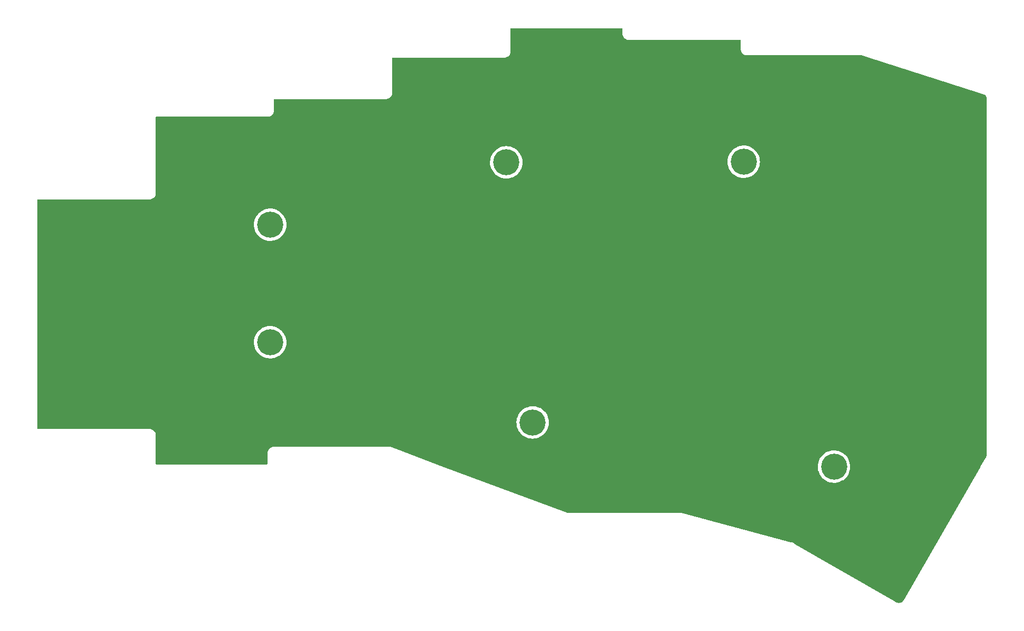
<source format=gbr>
%TF.GenerationSoftware,KiCad,Pcbnew,(6.0.0)*%
%TF.CreationDate,2022-01-01T14:13:38+04:00*%
%TF.ProjectId,bottom plate,626f7474-6f6d-4207-906c-6174652e6b69,rev?*%
%TF.SameCoordinates,Original*%
%TF.FileFunction,Copper,L2,Bot*%
%TF.FilePolarity,Positive*%
%FSLAX46Y46*%
G04 Gerber Fmt 4.6, Leading zero omitted, Abs format (unit mm)*
G04 Created by KiCad (PCBNEW (6.0.0)) date 2022-01-01 14:13:38*
%MOMM*%
%LPD*%
G01*
G04 APERTURE LIST*
%TA.AperFunction,ComponentPad*%
%ADD10C,4.200000*%
%TD*%
G04 APERTURE END LIST*
D10*
%TO.P,,*%
%TO.N,*%
X193110000Y-122980001D03*
%TD*%
%TO.P,,*%
%TO.N,*%
X140329663Y-73904498D03*
%TD*%
%TO.P,,*%
%TO.N,*%
X102300001Y-102920001D03*
%TD*%
%TO.P,,*%
%TO.N,*%
X178570000Y-73810000D03*
%TD*%
%TO.P,,*%
%TO.N,*%
X144580002Y-115859999D03*
%TD*%
%TO.P,,*%
%TO.N,*%
X102300000Y-83960000D03*
%TD*%
%TA.AperFunction,NonConductor*%
G36*
X158988788Y-52277495D02*
G01*
X159035281Y-52331151D01*
X159046667Y-52383493D01*
X159046665Y-53096284D01*
X159044919Y-53117189D01*
X159041594Y-53136952D01*
X159041441Y-53149491D01*
X159042131Y-53154308D01*
X159044481Y-53170721D01*
X159045274Y-53177601D01*
X159058186Y-53325198D01*
X159103836Y-53495566D01*
X159106157Y-53500543D01*
X159106159Y-53500549D01*
X159172853Y-53643575D01*
X159178376Y-53655419D01*
X159279541Y-53799899D01*
X159404259Y-53924617D01*
X159548740Y-54025783D01*
X159553718Y-54028104D01*
X159553721Y-54028106D01*
X159703610Y-54098001D01*
X159708592Y-54100324D01*
X159713900Y-54101746D01*
X159713902Y-54101747D01*
X159800081Y-54124838D01*
X159878960Y-54145973D01*
X159884446Y-54146453D01*
X159884452Y-54146454D01*
X160008445Y-54157303D01*
X160018355Y-54158567D01*
X160042128Y-54162566D01*
X160048509Y-54162644D01*
X160049808Y-54162660D01*
X160049812Y-54162660D01*
X160054667Y-54162719D01*
X160082255Y-54158768D01*
X160100117Y-54157495D01*
X161651162Y-54157495D01*
X177970661Y-54157496D01*
X178038782Y-54177498D01*
X178085275Y-54231154D01*
X178096661Y-54283496D01*
X178096663Y-55576299D01*
X178094917Y-55597201D01*
X178091592Y-55616967D01*
X178091439Y-55629506D01*
X178094482Y-55650752D01*
X178095271Y-55657596D01*
X178108188Y-55805210D01*
X178153840Y-55975575D01*
X178156166Y-55980562D01*
X178156167Y-55980566D01*
X178226054Y-56130435D01*
X178226057Y-56130440D01*
X178228381Y-56135424D01*
X178231534Y-56139927D01*
X178231537Y-56139932D01*
X178263234Y-56185199D01*
X178329547Y-56279902D01*
X178454264Y-56404617D01*
X178598742Y-56505782D01*
X178603724Y-56508105D01*
X178603729Y-56508108D01*
X178753607Y-56577998D01*
X178753613Y-56578000D01*
X178758592Y-56580322D01*
X178763904Y-56581745D01*
X178763903Y-56581745D01*
X178923642Y-56624548D01*
X178923644Y-56624548D01*
X178928957Y-56625972D01*
X178958316Y-56628541D01*
X179058428Y-56637301D01*
X179068349Y-56638567D01*
X179092122Y-56642567D01*
X179098591Y-56642646D01*
X179099801Y-56642661D01*
X179099805Y-56642661D01*
X179104661Y-56642720D01*
X179132178Y-56638779D01*
X179150060Y-56637507D01*
X194238089Y-56641570D01*
X197460133Y-56642438D01*
X197475598Y-56643395D01*
X197479923Y-56643931D01*
X197509370Y-56647581D01*
X197525816Y-56644908D01*
X197550166Y-56643344D01*
X197568018Y-56643931D01*
X197584063Y-56645491D01*
X197627974Y-56652618D01*
X197643685Y-56656212D01*
X197653910Y-56659251D01*
X197676181Y-56668618D01*
X197678561Y-56669528D01*
X197686404Y-56673888D01*
X197730515Y-56683886D01*
X197741236Y-56686819D01*
X217247231Y-62959453D01*
X217257582Y-62963289D01*
X217299432Y-62980924D01*
X217308351Y-62981948D01*
X217308359Y-62981950D01*
X217308676Y-62981986D01*
X217338084Y-62989014D01*
X217393248Y-63009456D01*
X217418089Y-63021931D01*
X217483708Y-63064543D01*
X217505211Y-63082164D01*
X217559886Y-63138126D01*
X217576997Y-63160027D01*
X217618076Y-63226624D01*
X217629969Y-63251745D01*
X217655442Y-63325722D01*
X217661538Y-63352843D01*
X217667296Y-63404710D01*
X217666944Y-63420373D01*
X217668019Y-63420386D01*
X217667910Y-63429362D01*
X217666528Y-63438235D01*
X217668986Y-63457030D01*
X217670650Y-63469753D01*
X217671714Y-63486092D01*
X217671714Y-121201347D01*
X217669972Y-121222229D01*
X217668434Y-121231383D01*
X217666641Y-121242050D01*
X217667697Y-121250960D01*
X217667697Y-121250969D01*
X217668015Y-121253649D01*
X217668180Y-121281844D01*
X217662215Y-121337754D01*
X217657491Y-121360991D01*
X217634837Y-121435597D01*
X217625840Y-121457542D01*
X217602882Y-121501284D01*
X217593640Y-121514574D01*
X217594140Y-121514909D01*
X217589147Y-121522369D01*
X217583148Y-121529045D01*
X217579265Y-121537134D01*
X217563945Y-121569048D01*
X217558527Y-121579132D01*
X216946362Y-122603994D01*
X216720441Y-122982222D01*
X216703251Y-123011000D01*
X216701243Y-123014139D01*
X216699183Y-123016703D01*
X216696750Y-123020928D01*
X216681957Y-123046617D01*
X216680940Y-123048351D01*
X216664837Y-123075311D01*
X216663571Y-123078336D01*
X216661757Y-123081697D01*
X204299841Y-144549697D01*
X204292462Y-144559753D01*
X204292812Y-144559993D01*
X204287735Y-144567392D01*
X204281658Y-144574000D01*
X204277681Y-144582046D01*
X204277678Y-144582050D01*
X204276759Y-144583909D01*
X204261180Y-144608039D01*
X204180784Y-144705942D01*
X204163266Y-144723441D01*
X204048931Y-144817124D01*
X204028336Y-144830855D01*
X203897881Y-144900372D01*
X203874995Y-144909810D01*
X203733467Y-144952471D01*
X203709174Y-144957253D01*
X203562034Y-144971411D01*
X203537281Y-144971349D01*
X203433442Y-144960835D01*
X203390217Y-144956458D01*
X203365947Y-144951555D01*
X203224638Y-144908192D01*
X203201794Y-144898637D01*
X203096264Y-144841726D01*
X203083218Y-144832391D01*
X203082808Y-144832983D01*
X203075427Y-144827876D01*
X203068842Y-144821773D01*
X203060809Y-144817763D01*
X203060807Y-144817762D01*
X203020294Y-144797540D01*
X203013591Y-144793937D01*
X186758215Y-135411815D01*
X186741545Y-135400314D01*
X186741101Y-135399952D01*
X186737573Y-135396588D01*
X186727274Y-135389434D01*
X186721938Y-135386839D01*
X186709782Y-135380927D01*
X186701255Y-135376368D01*
X186552756Y-135289476D01*
X186552748Y-135289472D01*
X186549195Y-135287393D01*
X186360156Y-135207798D01*
X186204475Y-135165109D01*
X186192389Y-135161127D01*
X186179514Y-135156150D01*
X186179511Y-135156149D01*
X186174973Y-135154395D01*
X186168521Y-135152990D01*
X186167470Y-135152761D01*
X186167468Y-135152761D01*
X186162721Y-135151727D01*
X186154039Y-135151206D01*
X186128953Y-135147133D01*
X168880385Y-130522372D01*
X168861779Y-130515067D01*
X168861562Y-130515568D01*
X168857090Y-130513630D01*
X168852790Y-130511356D01*
X168847808Y-130509639D01*
X168845536Y-130508856D01*
X168845531Y-130508855D01*
X168840935Y-130507271D01*
X168810995Y-130501903D01*
X168799624Y-130499316D01*
X168797138Y-130498628D01*
X168696267Y-130470710D01*
X168693195Y-130470180D01*
X168693189Y-130470179D01*
X168614128Y-130456548D01*
X168549422Y-130445392D01*
X168519708Y-130443265D01*
X168452919Y-130438484D01*
X168438305Y-130436574D01*
X168418186Y-130432736D01*
X168418178Y-130432735D01*
X168413397Y-130431823D01*
X168408531Y-130431657D01*
X168408529Y-130431657D01*
X168407702Y-130431629D01*
X168400864Y-130431396D01*
X168366247Y-130435585D01*
X168351110Y-130436498D01*
X150249098Y-130436498D01*
X150229672Y-130434992D01*
X150229397Y-130434949D01*
X150227722Y-130434688D01*
X150214967Y-130432697D01*
X150214964Y-130432697D01*
X150206101Y-130431314D01*
X150197200Y-130432475D01*
X150197199Y-130432475D01*
X150190846Y-130433303D01*
X150165538Y-130434038D01*
X150138698Y-130432113D01*
X150120937Y-130429558D01*
X150069839Y-130418446D01*
X150052621Y-130413394D01*
X150034065Y-130406480D01*
X150017974Y-130398317D01*
X150010545Y-130394818D01*
X150003047Y-130389880D01*
X149994465Y-130387245D01*
X149994463Y-130387244D01*
X149950807Y-130373840D01*
X149943754Y-130371445D01*
X130063976Y-122952635D01*
X190496875Y-122952635D01*
X190498348Y-122982222D01*
X190506100Y-123137923D01*
X190512514Y-123266766D01*
X190513155Y-123270497D01*
X190513156Y-123270505D01*
X190565133Y-123572998D01*
X190565135Y-123573006D01*
X190565777Y-123576743D01*
X190566865Y-123580382D01*
X190566866Y-123580385D01*
X190586211Y-123645068D01*
X190655895Y-123878076D01*
X190781561Y-124166400D01*
X190940955Y-124437538D01*
X190943256Y-124440553D01*
X191129469Y-124684551D01*
X191129474Y-124684556D01*
X191131769Y-124687564D01*
X191351238Y-124912855D01*
X191418642Y-124967146D01*
X191593230Y-125107770D01*
X191593235Y-125107774D01*
X191596183Y-125110148D01*
X191599403Y-125112156D01*
X191859829Y-125274574D01*
X191859836Y-125274578D01*
X191863056Y-125276586D01*
X192147992Y-125409756D01*
X192151602Y-125410939D01*
X192151606Y-125410941D01*
X192239762Y-125439840D01*
X192446862Y-125507731D01*
X192755339Y-125569091D01*
X192759111Y-125569378D01*
X192759119Y-125569379D01*
X193065176Y-125592660D01*
X193065181Y-125592660D01*
X193068953Y-125592947D01*
X193383161Y-125578953D01*
X193386899Y-125578331D01*
X193386907Y-125578330D01*
X193537897Y-125553198D01*
X193693412Y-125527313D01*
X193995213Y-125438775D01*
X194284191Y-125314620D01*
X194287468Y-125312716D01*
X194287475Y-125312713D01*
X194445231Y-125221080D01*
X194556160Y-125156647D01*
X194645099Y-125089505D01*
X194804156Y-124969431D01*
X194804162Y-124969426D01*
X194807182Y-124967146D01*
X195033619Y-124748859D01*
X195232192Y-124504951D01*
X195400024Y-124238952D01*
X195534685Y-123954718D01*
X195634223Y-123656365D01*
X195697197Y-123348214D01*
X195722695Y-123034729D01*
X195723268Y-122980001D01*
X195712881Y-122807699D01*
X195704569Y-122669829D01*
X195704569Y-122669825D01*
X195704341Y-122666051D01*
X195703661Y-122662327D01*
X195648514Y-122360371D01*
X195648513Y-122360367D01*
X195647834Y-122356649D01*
X195554566Y-122056277D01*
X195425887Y-121769284D01*
X195263663Y-121499830D01*
X195261336Y-121496846D01*
X195261331Y-121496839D01*
X195072572Y-121254804D01*
X195072566Y-121254797D01*
X195070241Y-121251816D01*
X194848425Y-121028835D01*
X194601428Y-120834118D01*
X194332826Y-120670485D01*
X194179943Y-120600973D01*
X194049963Y-120541874D01*
X194049955Y-120541871D01*
X194046511Y-120540305D01*
X193746631Y-120445465D01*
X193609363Y-120419652D01*
X193441253Y-120388039D01*
X193441248Y-120388038D01*
X193437529Y-120387339D01*
X193123683Y-120366769D01*
X193119903Y-120366977D01*
X193119902Y-120366977D01*
X193028331Y-120372017D01*
X192809638Y-120384052D01*
X192805911Y-120384713D01*
X192805907Y-120384713D01*
X192696248Y-120404148D01*
X192499945Y-120438938D01*
X192496329Y-120440040D01*
X192496321Y-120440042D01*
X192202712Y-120529527D01*
X192202705Y-120529530D01*
X192199088Y-120530632D01*
X191911426Y-120657806D01*
X191908172Y-120659742D01*
X191908166Y-120659745D01*
X191644384Y-120816679D01*
X191641125Y-120818618D01*
X191638124Y-120820933D01*
X191638120Y-120820936D01*
X191633271Y-120824677D01*
X191392102Y-121010738D01*
X191389403Y-121013394D01*
X191389404Y-121013394D01*
X191198475Y-121201347D01*
X191167963Y-121231383D01*
X191127753Y-121281844D01*
X190974321Y-121474389D01*
X190974315Y-121474398D01*
X190971956Y-121477358D01*
X190806918Y-121745099D01*
X190675241Y-122030728D01*
X190578833Y-122330108D01*
X190578114Y-122333824D01*
X190578112Y-122333832D01*
X190519808Y-122635182D01*
X190519807Y-122635191D01*
X190519089Y-122638901D01*
X190518822Y-122642677D01*
X190518821Y-122642682D01*
X190507137Y-122807699D01*
X190496875Y-122952635D01*
X130063976Y-122952635D01*
X121657026Y-119815298D01*
X121647560Y-119811317D01*
X121604715Y-119791201D01*
X121577354Y-119786941D01*
X121551760Y-119782956D01*
X121544293Y-119781562D01*
X121491936Y-119770131D01*
X121482979Y-119770755D01*
X121440778Y-119773695D01*
X121432021Y-119774000D01*
X116005515Y-119773999D01*
X102957880Y-119773997D01*
X102936974Y-119772251D01*
X102922003Y-119769732D01*
X102922002Y-119769732D01*
X102917212Y-119768926D01*
X102911110Y-119768852D01*
X102909537Y-119768832D01*
X102909532Y-119768832D01*
X102904673Y-119768773D01*
X102899855Y-119769463D01*
X102899854Y-119769463D01*
X102883441Y-119771813D01*
X102876561Y-119772606D01*
X102829188Y-119776750D01*
X102728965Y-119785517D01*
X102723653Y-119786940D01*
X102723649Y-119786941D01*
X102563909Y-119829741D01*
X102563904Y-119829743D01*
X102558596Y-119831165D01*
X102553613Y-119833489D01*
X102553609Y-119833490D01*
X102478669Y-119868435D01*
X102398742Y-119905704D01*
X102394240Y-119908856D01*
X102394237Y-119908858D01*
X102258764Y-120003716D01*
X102254260Y-120006870D01*
X102129541Y-120131588D01*
X102126386Y-120136094D01*
X102031530Y-120271560D01*
X102031527Y-120271565D01*
X102028374Y-120276068D01*
X101953832Y-120435921D01*
X101908182Y-120606290D01*
X101896142Y-120743904D01*
X101895126Y-120752263D01*
X101891473Y-120775727D01*
X101892637Y-120784629D01*
X101892637Y-120784632D01*
X101895595Y-120807249D01*
X101896659Y-120823586D01*
X101896663Y-122360371D01*
X101896663Y-122497997D01*
X101876661Y-122566117D01*
X101823006Y-122612611D01*
X101770663Y-122623997D01*
X92597569Y-122623996D01*
X83988665Y-122623996D01*
X83920544Y-122603994D01*
X83874051Y-122550338D01*
X83862665Y-122497996D01*
X83862666Y-120281057D01*
X83862666Y-117975200D01*
X83864412Y-117954296D01*
X83866930Y-117939328D01*
X83867737Y-117934532D01*
X83867890Y-117921993D01*
X83867201Y-117917186D01*
X83867201Y-117917179D01*
X83864851Y-117900774D01*
X83864057Y-117893892D01*
X83851622Y-117751767D01*
X83851143Y-117746287D01*
X83837968Y-117697118D01*
X83806917Y-117581231D01*
X83806916Y-117581229D01*
X83805494Y-117575921D01*
X83730953Y-117416069D01*
X83629788Y-117271590D01*
X83505070Y-117146872D01*
X83360591Y-117045707D01*
X83355613Y-117043386D01*
X83355610Y-117043384D01*
X83205721Y-116973489D01*
X83205719Y-116973488D01*
X83200739Y-116971166D01*
X83195431Y-116969744D01*
X83195429Y-116969743D01*
X83035688Y-116926941D01*
X83035687Y-116926941D01*
X83030373Y-116925517D01*
X83024887Y-116925037D01*
X83024881Y-116925036D01*
X82900898Y-116914188D01*
X82890975Y-116912922D01*
X82871999Y-116909729D01*
X82871994Y-116909729D01*
X82867206Y-116908923D01*
X82860907Y-116908846D01*
X82859526Y-116908829D01*
X82859522Y-116908829D01*
X82854667Y-116908770D01*
X82827079Y-116912721D01*
X82809216Y-116913994D01*
X81258216Y-116913994D01*
X64938664Y-116913995D01*
X64870543Y-116893993D01*
X64824050Y-116840337D01*
X64812664Y-116787995D01*
X64812664Y-115832633D01*
X141966877Y-115832633D01*
X141982516Y-116146764D01*
X141983157Y-116150495D01*
X141983158Y-116150503D01*
X142035135Y-116452996D01*
X142035137Y-116453004D01*
X142035779Y-116456741D01*
X142125897Y-116758074D01*
X142251563Y-117046398D01*
X142253486Y-117049669D01*
X142253488Y-117049673D01*
X142292199Y-117115522D01*
X142410957Y-117317536D01*
X142413258Y-117320551D01*
X142599471Y-117564549D01*
X142599476Y-117564554D01*
X142601771Y-117567562D01*
X142821240Y-117792853D01*
X142888644Y-117847144D01*
X143063232Y-117987768D01*
X143063237Y-117987772D01*
X143066185Y-117990146D01*
X143069405Y-117992154D01*
X143329831Y-118154572D01*
X143329838Y-118154576D01*
X143333058Y-118156584D01*
X143617994Y-118289754D01*
X143621604Y-118290937D01*
X143621608Y-118290939D01*
X143709764Y-118319838D01*
X143916864Y-118387729D01*
X144225341Y-118449089D01*
X144229113Y-118449376D01*
X144229121Y-118449377D01*
X144535178Y-118472658D01*
X144535183Y-118472658D01*
X144538955Y-118472945D01*
X144853163Y-118458951D01*
X144856901Y-118458329D01*
X144856909Y-118458328D01*
X145007899Y-118433196D01*
X145163414Y-118407311D01*
X145465215Y-118318773D01*
X145754193Y-118194618D01*
X145757470Y-118192714D01*
X145757477Y-118192711D01*
X145915233Y-118101078D01*
X146026162Y-118036645D01*
X146160516Y-117935219D01*
X146274158Y-117849429D01*
X146274164Y-117849424D01*
X146277184Y-117847144D01*
X146503621Y-117628857D01*
X146702194Y-117384949D01*
X146870026Y-117118950D01*
X147004687Y-116834716D01*
X147104225Y-116536363D01*
X147167199Y-116228212D01*
X147192697Y-115914727D01*
X147193270Y-115859999D01*
X147174343Y-115546049D01*
X147117836Y-115236647D01*
X147024568Y-114936275D01*
X146895889Y-114649282D01*
X146733665Y-114379828D01*
X146731338Y-114376844D01*
X146731333Y-114376837D01*
X146542574Y-114134802D01*
X146542568Y-114134795D01*
X146540243Y-114131814D01*
X146318427Y-113908833D01*
X146071430Y-113714116D01*
X145802828Y-113550483D01*
X145688456Y-113498481D01*
X145519965Y-113421872D01*
X145519957Y-113421869D01*
X145516513Y-113420303D01*
X145216633Y-113325463D01*
X145079365Y-113299650D01*
X144911255Y-113268037D01*
X144911250Y-113268036D01*
X144907531Y-113267337D01*
X144593685Y-113246767D01*
X144589905Y-113246975D01*
X144589904Y-113246975D01*
X144498333Y-113252015D01*
X144279640Y-113264050D01*
X144275913Y-113264711D01*
X144275909Y-113264711D01*
X144166250Y-113284146D01*
X143969947Y-113318936D01*
X143966331Y-113320038D01*
X143966323Y-113320040D01*
X143672714Y-113409525D01*
X143672707Y-113409528D01*
X143669090Y-113410630D01*
X143381428Y-113537804D01*
X143378174Y-113539740D01*
X143378168Y-113539743D01*
X143114386Y-113696677D01*
X143111127Y-113698616D01*
X142862104Y-113890736D01*
X142637965Y-114111381D01*
X142621683Y-114131814D01*
X142444323Y-114354387D01*
X142444317Y-114354396D01*
X142441958Y-114357356D01*
X142276920Y-114625097D01*
X142145243Y-114910726D01*
X142048835Y-115210106D01*
X142048116Y-115213822D01*
X142048114Y-115213830D01*
X141989810Y-115515180D01*
X141989809Y-115515189D01*
X141989091Y-115518899D01*
X141988824Y-115522675D01*
X141988823Y-115522680D01*
X141986901Y-115549827D01*
X141966877Y-115832633D01*
X64812664Y-115832633D01*
X64812664Y-102892635D01*
X99686876Y-102892635D01*
X99702515Y-103206766D01*
X99703156Y-103210497D01*
X99703157Y-103210505D01*
X99755134Y-103512998D01*
X99755136Y-103513006D01*
X99755778Y-103516743D01*
X99845896Y-103818076D01*
X99971562Y-104106400D01*
X100130956Y-104377538D01*
X100133257Y-104380553D01*
X100319470Y-104624551D01*
X100319475Y-104624556D01*
X100321770Y-104627564D01*
X100541239Y-104852855D01*
X100608643Y-104907146D01*
X100783231Y-105047770D01*
X100783236Y-105047774D01*
X100786184Y-105050148D01*
X100789404Y-105052156D01*
X101049830Y-105214574D01*
X101049837Y-105214578D01*
X101053057Y-105216586D01*
X101337993Y-105349756D01*
X101341603Y-105350939D01*
X101341607Y-105350941D01*
X101429763Y-105379840D01*
X101636863Y-105447731D01*
X101945340Y-105509091D01*
X101949112Y-105509378D01*
X101949120Y-105509379D01*
X102255177Y-105532660D01*
X102255182Y-105532660D01*
X102258954Y-105532947D01*
X102573162Y-105518953D01*
X102576900Y-105518331D01*
X102576908Y-105518330D01*
X102727898Y-105493198D01*
X102883413Y-105467313D01*
X103185214Y-105378775D01*
X103474192Y-105254620D01*
X103477469Y-105252716D01*
X103477476Y-105252713D01*
X103635232Y-105161080D01*
X103746161Y-105096647D01*
X103835100Y-105029505D01*
X103994157Y-104909431D01*
X103994163Y-104909426D01*
X103997183Y-104907146D01*
X104223620Y-104688859D01*
X104422193Y-104444951D01*
X104590025Y-104178952D01*
X104724686Y-103894718D01*
X104824224Y-103596365D01*
X104887198Y-103288214D01*
X104912696Y-102974729D01*
X104913269Y-102920001D01*
X104894342Y-102606051D01*
X104837835Y-102296649D01*
X104744567Y-101996277D01*
X104615888Y-101709284D01*
X104453664Y-101439830D01*
X104451337Y-101436846D01*
X104451332Y-101436839D01*
X104262573Y-101194804D01*
X104262567Y-101194797D01*
X104260242Y-101191816D01*
X104038426Y-100968835D01*
X103791429Y-100774118D01*
X103522827Y-100610485D01*
X103408455Y-100558483D01*
X103239964Y-100481874D01*
X103239956Y-100481871D01*
X103236512Y-100480305D01*
X102936632Y-100385465D01*
X102799364Y-100359652D01*
X102631254Y-100328039D01*
X102631249Y-100328038D01*
X102627530Y-100327339D01*
X102313684Y-100306769D01*
X102309904Y-100306977D01*
X102309903Y-100306977D01*
X102218332Y-100312017D01*
X101999639Y-100324052D01*
X101995912Y-100324713D01*
X101995908Y-100324713D01*
X101886249Y-100344148D01*
X101689946Y-100378938D01*
X101686330Y-100380040D01*
X101686322Y-100380042D01*
X101392713Y-100469527D01*
X101392706Y-100469530D01*
X101389089Y-100470632D01*
X101101427Y-100597806D01*
X101098173Y-100599742D01*
X101098167Y-100599745D01*
X100834385Y-100756679D01*
X100831126Y-100758618D01*
X100582103Y-100950738D01*
X100357964Y-101171383D01*
X100341682Y-101191816D01*
X100164322Y-101414389D01*
X100164316Y-101414398D01*
X100161957Y-101417358D01*
X99996919Y-101685099D01*
X99865242Y-101970728D01*
X99768834Y-102270108D01*
X99768115Y-102273824D01*
X99768113Y-102273832D01*
X99709809Y-102575182D01*
X99709808Y-102575191D01*
X99709090Y-102578901D01*
X99708823Y-102582677D01*
X99708822Y-102582682D01*
X99706900Y-102609829D01*
X99686876Y-102892635D01*
X64812664Y-102892635D01*
X64812665Y-83932634D01*
X99686875Y-83932634D01*
X99702514Y-84246765D01*
X99703155Y-84250496D01*
X99703156Y-84250504D01*
X99755133Y-84552997D01*
X99755135Y-84553005D01*
X99755777Y-84556742D01*
X99845895Y-84858075D01*
X99971561Y-85146399D01*
X100130955Y-85417537D01*
X100133256Y-85420552D01*
X100319469Y-85664550D01*
X100319474Y-85664555D01*
X100321769Y-85667563D01*
X100541238Y-85892854D01*
X100608642Y-85947145D01*
X100783230Y-86087769D01*
X100783235Y-86087773D01*
X100786183Y-86090147D01*
X100789403Y-86092155D01*
X101049829Y-86254573D01*
X101049836Y-86254577D01*
X101053056Y-86256585D01*
X101337992Y-86389755D01*
X101341602Y-86390938D01*
X101341606Y-86390940D01*
X101429762Y-86419839D01*
X101636862Y-86487730D01*
X101945339Y-86549090D01*
X101949111Y-86549377D01*
X101949119Y-86549378D01*
X102255176Y-86572659D01*
X102255181Y-86572659D01*
X102258953Y-86572946D01*
X102573161Y-86558952D01*
X102576899Y-86558330D01*
X102576907Y-86558329D01*
X102727897Y-86533197D01*
X102883412Y-86507312D01*
X103185213Y-86418774D01*
X103474191Y-86294619D01*
X103477468Y-86292715D01*
X103477475Y-86292712D01*
X103635231Y-86201079D01*
X103746160Y-86136646D01*
X103835099Y-86069504D01*
X103994156Y-85949430D01*
X103994162Y-85949425D01*
X103997182Y-85947145D01*
X104223619Y-85728858D01*
X104422192Y-85484950D01*
X104590024Y-85218951D01*
X104724685Y-84934717D01*
X104824223Y-84636364D01*
X104887197Y-84328213D01*
X104912695Y-84014728D01*
X104913268Y-83960000D01*
X104894341Y-83646050D01*
X104837834Y-83336648D01*
X104744566Y-83036276D01*
X104615887Y-82749283D01*
X104453663Y-82479829D01*
X104451336Y-82476845D01*
X104451331Y-82476838D01*
X104262572Y-82234803D01*
X104262566Y-82234796D01*
X104260241Y-82231815D01*
X104038425Y-82008834D01*
X103791428Y-81814117D01*
X103522826Y-81650484D01*
X103408454Y-81598482D01*
X103239963Y-81521873D01*
X103239955Y-81521870D01*
X103236511Y-81520304D01*
X102936631Y-81425464D01*
X102799363Y-81399651D01*
X102631253Y-81368038D01*
X102631248Y-81368037D01*
X102627529Y-81367338D01*
X102313683Y-81346768D01*
X102309903Y-81346976D01*
X102309902Y-81346976D01*
X102218331Y-81352016D01*
X101999638Y-81364051D01*
X101995911Y-81364712D01*
X101995907Y-81364712D01*
X101886248Y-81384147D01*
X101689945Y-81418937D01*
X101686329Y-81420039D01*
X101686321Y-81420041D01*
X101392712Y-81509526D01*
X101392705Y-81509529D01*
X101389088Y-81510631D01*
X101101426Y-81637805D01*
X101098172Y-81639741D01*
X101098166Y-81639744D01*
X100834384Y-81796678D01*
X100831125Y-81798617D01*
X100582102Y-81990737D01*
X100357963Y-82211382D01*
X100341681Y-82231815D01*
X100164321Y-82454388D01*
X100164315Y-82454397D01*
X100161956Y-82457357D01*
X99996918Y-82725098D01*
X99865241Y-83010727D01*
X99768833Y-83310107D01*
X99768114Y-83313823D01*
X99768112Y-83313831D01*
X99709808Y-83615181D01*
X99709807Y-83615190D01*
X99709089Y-83618900D01*
X99708822Y-83622676D01*
X99708821Y-83622681D01*
X99706899Y-83649828D01*
X99686875Y-83932634D01*
X64812665Y-83932634D01*
X64812665Y-80005992D01*
X64832667Y-79937871D01*
X64886323Y-79891378D01*
X64938665Y-79879992D01*
X81109181Y-79879994D01*
X82801452Y-79879994D01*
X82822358Y-79881740D01*
X82837329Y-79884259D01*
X82837330Y-79884259D01*
X82842120Y-79885065D01*
X82848222Y-79885139D01*
X82849795Y-79885159D01*
X82849800Y-79885159D01*
X82854659Y-79885218D01*
X82859477Y-79884528D01*
X82859478Y-79884528D01*
X82875891Y-79882178D01*
X82882771Y-79881385D01*
X82930144Y-79877241D01*
X83030367Y-79868474D01*
X83035679Y-79867051D01*
X83035683Y-79867050D01*
X83195423Y-79824249D01*
X83195427Y-79824247D01*
X83200736Y-79822825D01*
X83205719Y-79820501D01*
X83205723Y-79820500D01*
X83355598Y-79750614D01*
X83355600Y-79750613D01*
X83360590Y-79748286D01*
X83505071Y-79647120D01*
X83508954Y-79643237D01*
X83508960Y-79643232D01*
X83629790Y-79522402D01*
X83730957Y-79377921D01*
X83805497Y-79218067D01*
X83851147Y-79047699D01*
X83862474Y-78918218D01*
X83863741Y-78908294D01*
X83866932Y-78889326D01*
X83867739Y-78884530D01*
X83867892Y-78871991D01*
X83863941Y-78844403D01*
X83862668Y-78826541D01*
X83862666Y-73877132D01*
X137716538Y-73877132D01*
X137718011Y-73906719D01*
X137731339Y-74174426D01*
X137732177Y-74191263D01*
X137732818Y-74194994D01*
X137732819Y-74195002D01*
X137784796Y-74497495D01*
X137784798Y-74497503D01*
X137785440Y-74501240D01*
X137786528Y-74504879D01*
X137786529Y-74504882D01*
X137871244Y-74788147D01*
X137875558Y-74802573D01*
X138001224Y-75090897D01*
X138160618Y-75362035D01*
X138162919Y-75365050D01*
X138349132Y-75609048D01*
X138349137Y-75609053D01*
X138351432Y-75612061D01*
X138570901Y-75837352D01*
X138638305Y-75891643D01*
X138812893Y-76032267D01*
X138812898Y-76032271D01*
X138815846Y-76034645D01*
X138819066Y-76036653D01*
X139079492Y-76199071D01*
X139079499Y-76199075D01*
X139082719Y-76201083D01*
X139367655Y-76334253D01*
X139371265Y-76335436D01*
X139371269Y-76335438D01*
X139662928Y-76431049D01*
X139666525Y-76432228D01*
X139975002Y-76493588D01*
X139978774Y-76493875D01*
X139978782Y-76493876D01*
X140284839Y-76517157D01*
X140284844Y-76517157D01*
X140288616Y-76517444D01*
X140602824Y-76503450D01*
X140606562Y-76502828D01*
X140606570Y-76502827D01*
X140757560Y-76477695D01*
X140913075Y-76451810D01*
X141214876Y-76363272D01*
X141503854Y-76239117D01*
X141507131Y-76237213D01*
X141507138Y-76237210D01*
X141735487Y-76104573D01*
X141775823Y-76081144D01*
X141904033Y-75984356D01*
X142023819Y-75893928D01*
X142023825Y-75893923D01*
X142026845Y-75891643D01*
X142253282Y-75673356D01*
X142451855Y-75429448D01*
X142524865Y-75313734D01*
X142617664Y-75166656D01*
X142617667Y-75166650D01*
X142619687Y-75163449D01*
X142754348Y-74879215D01*
X142853886Y-74580862D01*
X142916860Y-74272711D01*
X142942358Y-73959226D01*
X142942931Y-73904498D01*
X142940534Y-73864728D01*
X142935585Y-73782634D01*
X175956875Y-73782634D01*
X175972514Y-74096765D01*
X175973155Y-74100496D01*
X175973156Y-74100504D01*
X176025133Y-74402997D01*
X176025135Y-74403005D01*
X176025777Y-74406742D01*
X176115895Y-74708075D01*
X176241561Y-74996399D01*
X176400955Y-75267537D01*
X176403256Y-75270552D01*
X176589469Y-75514550D01*
X176589474Y-75514555D01*
X176591769Y-75517563D01*
X176811238Y-75742854D01*
X176878642Y-75797145D01*
X177053230Y-75937769D01*
X177053235Y-75937773D01*
X177056183Y-75940147D01*
X177059403Y-75942155D01*
X177319829Y-76104573D01*
X177319836Y-76104577D01*
X177323056Y-76106585D01*
X177607992Y-76239755D01*
X177611602Y-76240938D01*
X177611606Y-76240940D01*
X177899870Y-76335438D01*
X177906862Y-76337730D01*
X178215339Y-76399090D01*
X178219111Y-76399377D01*
X178219119Y-76399378D01*
X178525176Y-76422659D01*
X178525181Y-76422659D01*
X178528953Y-76422946D01*
X178843161Y-76408952D01*
X178846899Y-76408330D01*
X178846907Y-76408329D01*
X178997897Y-76383197D01*
X179153412Y-76357312D01*
X179455213Y-76268774D01*
X179744191Y-76144619D01*
X179747468Y-76142715D01*
X179747475Y-76142712D01*
X179937618Y-76032267D01*
X180016160Y-75986646D01*
X180138979Y-75893928D01*
X180264156Y-75799430D01*
X180264162Y-75799425D01*
X180267182Y-75797145D01*
X180493619Y-75578858D01*
X180692192Y-75334950D01*
X180800401Y-75163449D01*
X180858001Y-75072158D01*
X180858004Y-75072152D01*
X180860024Y-75068951D01*
X180986225Y-74802573D01*
X180993060Y-74788147D01*
X180994685Y-74784717D01*
X181094223Y-74486364D01*
X181157197Y-74178213D01*
X181182695Y-73864728D01*
X181183268Y-73810000D01*
X181169814Y-73586824D01*
X181164569Y-73499828D01*
X181164569Y-73499824D01*
X181164341Y-73496050D01*
X181125772Y-73284868D01*
X181108514Y-73190370D01*
X181108513Y-73190366D01*
X181107834Y-73186648D01*
X181014566Y-72886276D01*
X180885887Y-72599283D01*
X180723663Y-72329829D01*
X180721336Y-72326845D01*
X180721331Y-72326838D01*
X180532572Y-72084803D01*
X180532566Y-72084796D01*
X180530241Y-72081815D01*
X180308425Y-71858834D01*
X180061428Y-71664117D01*
X179792826Y-71500484D01*
X179678454Y-71448482D01*
X179509963Y-71371873D01*
X179509955Y-71371870D01*
X179506511Y-71370304D01*
X179206631Y-71275464D01*
X179069363Y-71249651D01*
X178901253Y-71218038D01*
X178901248Y-71218037D01*
X178897529Y-71217338D01*
X178583683Y-71196768D01*
X178579903Y-71196976D01*
X178579902Y-71196976D01*
X178488331Y-71202016D01*
X178269638Y-71214051D01*
X178265911Y-71214712D01*
X178265907Y-71214712D01*
X178156248Y-71234147D01*
X177959945Y-71268937D01*
X177956329Y-71270039D01*
X177956321Y-71270041D01*
X177662712Y-71359526D01*
X177662705Y-71359529D01*
X177659088Y-71360631D01*
X177371426Y-71487805D01*
X177368172Y-71489741D01*
X177368166Y-71489744D01*
X177104384Y-71646678D01*
X177101125Y-71648617D01*
X176852102Y-71840737D01*
X176849403Y-71843393D01*
X176849404Y-71843393D01*
X176734998Y-71956016D01*
X176627963Y-72061382D01*
X176611681Y-72081815D01*
X176434321Y-72304388D01*
X176434315Y-72304397D01*
X176431956Y-72307357D01*
X176266918Y-72575098D01*
X176135241Y-72860727D01*
X176038833Y-73160107D01*
X176038114Y-73163823D01*
X176038112Y-73163831D01*
X175979808Y-73465181D01*
X175979807Y-73465190D01*
X175979089Y-73468900D01*
X175978822Y-73472676D01*
X175978821Y-73472681D01*
X175970208Y-73594326D01*
X175956875Y-73782634D01*
X142935585Y-73782634D01*
X142924232Y-73594326D01*
X142924232Y-73594322D01*
X142924004Y-73590548D01*
X142906746Y-73496050D01*
X142868177Y-73284868D01*
X142868176Y-73284864D01*
X142867497Y-73281146D01*
X142774229Y-72980774D01*
X142645550Y-72693781D01*
X142483326Y-72424327D01*
X142480999Y-72421343D01*
X142480994Y-72421336D01*
X142292235Y-72179301D01*
X142292229Y-72179294D01*
X142289904Y-72176313D01*
X142068088Y-71953332D01*
X141821091Y-71758615D01*
X141552489Y-71594982D01*
X141348983Y-71502453D01*
X141269626Y-71466371D01*
X141269618Y-71466368D01*
X141266174Y-71464802D01*
X140966294Y-71369962D01*
X140829026Y-71344149D01*
X140660916Y-71312536D01*
X140660911Y-71312535D01*
X140657192Y-71311836D01*
X140343346Y-71291266D01*
X140339566Y-71291474D01*
X140339565Y-71291474D01*
X140247994Y-71296514D01*
X140029301Y-71308549D01*
X140025574Y-71309210D01*
X140025570Y-71309210D01*
X139915911Y-71328645D01*
X139719608Y-71363435D01*
X139715992Y-71364537D01*
X139715984Y-71364539D01*
X139422375Y-71454024D01*
X139422368Y-71454027D01*
X139418751Y-71455129D01*
X139131089Y-71582303D01*
X139127835Y-71584239D01*
X139127829Y-71584242D01*
X138864047Y-71741176D01*
X138860788Y-71743115D01*
X138611765Y-71935235D01*
X138609066Y-71937891D01*
X138609067Y-71937891D01*
X138459829Y-72084803D01*
X138387626Y-72155880D01*
X138371344Y-72176313D01*
X138193984Y-72398886D01*
X138193978Y-72398895D01*
X138191619Y-72401855D01*
X138026581Y-72669596D01*
X137894904Y-72955225D01*
X137798496Y-73254605D01*
X137797777Y-73258321D01*
X137797775Y-73258329D01*
X137739471Y-73559679D01*
X137739470Y-73559688D01*
X137738752Y-73563398D01*
X137738485Y-73567174D01*
X137738484Y-73567179D01*
X137736562Y-73594326D01*
X137716538Y-73877132D01*
X83862666Y-73877132D01*
X83862662Y-66665996D01*
X83882664Y-66597875D01*
X83936320Y-66551382D01*
X83988662Y-66539996D01*
X101851461Y-66539996D01*
X101872365Y-66541742D01*
X101892129Y-66545067D01*
X101898487Y-66545145D01*
X101899810Y-66545161D01*
X101899814Y-66545161D01*
X101904668Y-66545220D01*
X101909475Y-66544531D01*
X101909482Y-66544531D01*
X101925887Y-66542181D01*
X101932769Y-66541387D01*
X101966847Y-66538405D01*
X102080373Y-66528473D01*
X102085688Y-66527049D01*
X102245430Y-66484247D01*
X102245432Y-66484246D01*
X102250740Y-66482824D01*
X102255722Y-66480501D01*
X102405610Y-66410607D01*
X102405613Y-66410605D01*
X102410591Y-66408284D01*
X102555070Y-66307119D01*
X102679787Y-66182402D01*
X102780953Y-66037923D01*
X102783276Y-66032941D01*
X102783279Y-66032936D01*
X102853170Y-65883054D01*
X102853171Y-65883053D01*
X102855493Y-65878072D01*
X102887970Y-65756869D01*
X102899719Y-65713020D01*
X102899719Y-65713018D01*
X102901143Y-65707705D01*
X102901623Y-65702219D01*
X102901624Y-65702213D01*
X102912473Y-65578222D01*
X102913739Y-65568300D01*
X102916929Y-65549340D01*
X102917737Y-65544539D01*
X102917890Y-65532000D01*
X102913938Y-65504402D01*
X102912666Y-65486541D01*
X102912663Y-63813496D01*
X102932665Y-63745375D01*
X102986321Y-63698882D01*
X103038663Y-63687496D01*
X119209903Y-63687497D01*
X120901462Y-63687497D01*
X120922365Y-63689243D01*
X120942130Y-63692568D01*
X120948455Y-63692645D01*
X120949809Y-63692662D01*
X120949813Y-63692662D01*
X120954669Y-63692721D01*
X120975911Y-63689679D01*
X120982767Y-63688889D01*
X121130373Y-63675973D01*
X121135689Y-63674549D01*
X121135692Y-63674548D01*
X121196380Y-63658285D01*
X121300738Y-63630321D01*
X121375262Y-63595569D01*
X121455601Y-63558107D01*
X121455606Y-63558104D01*
X121460588Y-63555781D01*
X121605066Y-63454615D01*
X121729781Y-63329898D01*
X121830946Y-63185420D01*
X121833269Y-63180438D01*
X121833272Y-63180433D01*
X121883760Y-63072159D01*
X121905485Y-63025570D01*
X121951135Y-62855204D01*
X121951614Y-62849724D01*
X121951616Y-62849715D01*
X121962465Y-62725722D01*
X121963731Y-62715800D01*
X121966921Y-62696840D01*
X121967729Y-62692039D01*
X121967882Y-62679500D01*
X121963930Y-62651902D01*
X121962658Y-62634041D01*
X121962664Y-57143497D01*
X121982666Y-57075376D01*
X122036322Y-57028883D01*
X122088664Y-57017497D01*
X138259625Y-57017498D01*
X139951460Y-57017498D01*
X139972364Y-57019244D01*
X139992128Y-57022569D01*
X139998318Y-57022645D01*
X139999803Y-57022663D01*
X139999808Y-57022663D01*
X140004667Y-57022722D01*
X140016623Y-57021010D01*
X140025897Y-57019682D01*
X140032776Y-57018889D01*
X140048675Y-57017498D01*
X140180374Y-57005976D01*
X140293746Y-56975598D01*
X140345432Y-56961749D01*
X140345434Y-56961748D01*
X140350742Y-56960326D01*
X140355724Y-56958003D01*
X140505607Y-56888111D01*
X140505611Y-56888108D01*
X140510594Y-56885785D01*
X140584852Y-56833789D01*
X140650563Y-56787778D01*
X140650566Y-56787776D01*
X140655074Y-56784619D01*
X140779792Y-56659901D01*
X140880957Y-56515420D01*
X140934439Y-56400726D01*
X140953174Y-56360550D01*
X140953176Y-56360544D01*
X140955497Y-56355567D01*
X141001146Y-56185199D01*
X141012473Y-56055716D01*
X141013740Y-56045795D01*
X141016931Y-56026827D01*
X141017738Y-56022031D01*
X141017891Y-56009492D01*
X141013940Y-55981904D01*
X141012667Y-55964041D01*
X141012663Y-53973791D01*
X141012659Y-52383494D01*
X141032661Y-52315374D01*
X141086316Y-52268881D01*
X141138659Y-52257495D01*
X150311667Y-52257494D01*
X158920667Y-52257493D01*
X158988788Y-52277495D01*
G37*
%TD.AperFunction*%
M02*

</source>
